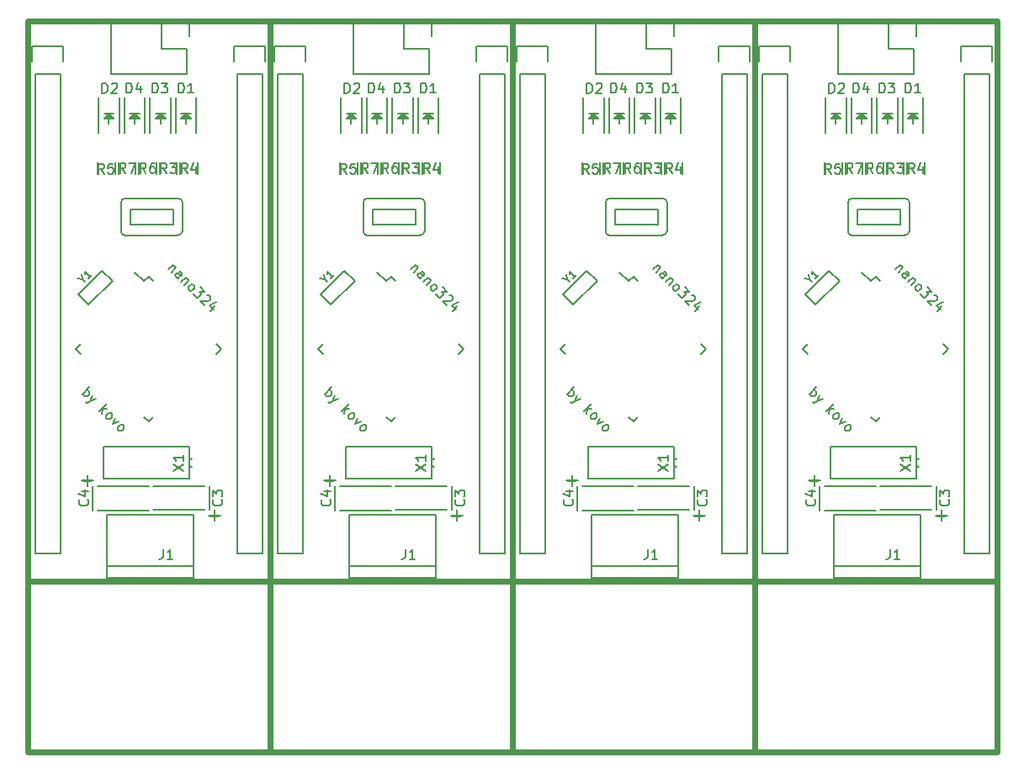
<source format=gbr>
G04 #@! TF.GenerationSoftware,KiCad,Pcbnew,6.0.0-rc1-unknown-9cac0a3~66~ubuntu16.04.1*
G04 #@! TF.CreationDate,2019-01-23T08:05:13+01:00
G04 #@! TF.ProjectId,nano324,6e616e6f-3332-4342-9e6b-696361645f70,rev?*
G04 #@! TF.SameCoordinates,Original*
G04 #@! TF.FileFunction,Legend,Top*
G04 #@! TF.FilePolarity,Positive*
%FSLAX46Y46*%
G04 Gerber Fmt 4.6, Leading zero omitted, Abs format (unit mm)*
G04 Created by KiCad (PCBNEW 6.0.0-rc1-unknown-9cac0a3~66~ubuntu16.04.1) date St 23. január 2019, 08:05:13 CET*
%MOMM*%
%LPD*%
G04 APERTURE LIST*
%ADD10C,0.600000*%
%ADD11C,0.150000*%
G04 APERTURE END LIST*
D10*
X181864000Y-114300000D02*
X181864000Y-131445000D01*
X157480000Y-114300000D02*
X157480000Y-131445000D01*
X133096000Y-114300000D02*
X133096000Y-131445000D01*
X206248000Y-131445000D02*
X206248000Y-124968000D01*
X108712000Y-131445000D02*
X206248000Y-131445000D01*
X206248000Y-114300000D02*
X206248000Y-124968000D01*
X108712000Y-114300000D02*
X108712000Y-131445000D01*
X206248000Y-114300000D02*
X181864000Y-114300000D01*
X181864000Y-114300000D02*
X181864000Y-57912000D01*
X181864000Y-57912000D02*
X206248000Y-57912000D01*
X206248000Y-57912000D02*
X206248000Y-114300000D01*
D11*
X196531202Y-82436156D02*
X196059798Y-82907561D01*
X196463859Y-82503500D02*
X196531202Y-82503500D01*
X196632217Y-82537172D01*
X196733233Y-82638187D01*
X196766904Y-82739202D01*
X196733233Y-82840217D01*
X196362843Y-83210607D01*
X197002607Y-83850370D02*
X197372996Y-83479981D01*
X197406668Y-83378965D01*
X197372996Y-83277950D01*
X197238309Y-83143263D01*
X197137294Y-83109591D01*
X197036278Y-83816698D02*
X196935263Y-83783026D01*
X196766904Y-83614668D01*
X196733233Y-83513652D01*
X196766904Y-83412637D01*
X196834248Y-83345294D01*
X196935263Y-83311622D01*
X197036278Y-83345294D01*
X197204637Y-83513652D01*
X197305652Y-83547324D01*
X197810729Y-83715683D02*
X197339324Y-84187087D01*
X197743385Y-83783026D02*
X197810729Y-83783026D01*
X197911744Y-83816698D01*
X198012759Y-83917713D01*
X198046431Y-84018729D01*
X198012759Y-84119744D01*
X197642370Y-84490133D01*
X198080103Y-84927866D02*
X198046431Y-84826851D01*
X198046431Y-84759507D01*
X198080103Y-84658492D01*
X198282133Y-84456461D01*
X198383148Y-84422790D01*
X198450492Y-84422790D01*
X198551507Y-84456461D01*
X198652522Y-84557477D01*
X198686194Y-84658492D01*
X198686194Y-84725835D01*
X198652522Y-84826851D01*
X198450492Y-85028881D01*
X198349477Y-85062553D01*
X198282133Y-85062553D01*
X198181118Y-85028881D01*
X198080103Y-84927866D01*
X199258614Y-84692164D02*
X199696347Y-85129896D01*
X199191270Y-85163568D01*
X199292286Y-85264583D01*
X199325957Y-85365599D01*
X199325957Y-85432942D01*
X199292286Y-85533957D01*
X199123927Y-85702316D01*
X199022912Y-85735988D01*
X198955568Y-85735988D01*
X198854553Y-85702316D01*
X198652522Y-85500286D01*
X198618851Y-85399270D01*
X198618851Y-85331927D01*
X199898377Y-85466614D02*
X199965721Y-85466614D01*
X200066736Y-85500286D01*
X200235095Y-85668644D01*
X200268766Y-85769660D01*
X200268766Y-85837003D01*
X200235095Y-85938018D01*
X200167751Y-86005362D01*
X200033064Y-86072705D01*
X199224942Y-86072705D01*
X199662675Y-86510438D01*
X200740171Y-86645125D02*
X200268766Y-87116530D01*
X200841186Y-86207392D02*
X200167751Y-86544110D01*
X200605484Y-86981843D01*
X187405500Y-95462263D02*
X188112607Y-94755156D01*
X187843233Y-95024530D02*
X187944248Y-95058202D01*
X188078935Y-95192889D01*
X188112607Y-95293904D01*
X188112607Y-95361248D01*
X188078935Y-95462263D01*
X187876904Y-95664294D01*
X187775889Y-95697965D01*
X187708546Y-95697965D01*
X187607530Y-95664294D01*
X187472843Y-95529607D01*
X187439172Y-95428591D01*
X188449324Y-95563278D02*
X188146278Y-96203042D01*
X188786042Y-95899996D02*
X188146278Y-96203042D01*
X187910576Y-96304057D01*
X187843233Y-96304057D01*
X187742217Y-96270385D01*
X189122759Y-97179522D02*
X189829866Y-96472416D01*
X189459477Y-96977492D02*
X189392133Y-97448896D01*
X189863538Y-96977492D02*
X189324790Y-96977492D01*
X189796194Y-97852957D02*
X189762522Y-97751942D01*
X189762522Y-97684599D01*
X189796194Y-97583583D01*
X189998225Y-97381553D01*
X190099240Y-97347881D01*
X190166583Y-97347881D01*
X190267599Y-97381553D01*
X190368614Y-97482568D01*
X190402286Y-97583583D01*
X190402286Y-97650927D01*
X190368614Y-97751942D01*
X190166583Y-97953973D01*
X190065568Y-97987644D01*
X189998225Y-97987644D01*
X189897209Y-97953973D01*
X189796194Y-97852957D01*
X190739003Y-97852957D02*
X190435957Y-98492721D01*
X191075721Y-98189675D01*
X190974705Y-99031469D02*
X190941034Y-98930453D01*
X190941034Y-98863110D01*
X190974705Y-98762095D01*
X191176736Y-98560064D01*
X191277751Y-98526392D01*
X191345095Y-98526392D01*
X191446110Y-98560064D01*
X191547125Y-98661079D01*
X191580797Y-98762095D01*
X191580797Y-98829438D01*
X191547125Y-98930453D01*
X191345095Y-99132484D01*
X191244079Y-99166156D01*
X191176736Y-99166156D01*
X191075721Y-99132484D01*
X190974705Y-99031469D01*
D10*
X181864000Y-114300000D02*
X157480000Y-114300000D01*
X157480000Y-114300000D02*
X157480000Y-57912000D01*
X157480000Y-57912000D02*
X181864000Y-57912000D01*
X181864000Y-57912000D02*
X181864000Y-114300000D01*
D11*
X172147202Y-82436156D02*
X171675798Y-82907561D01*
X172079859Y-82503500D02*
X172147202Y-82503500D01*
X172248217Y-82537172D01*
X172349233Y-82638187D01*
X172382904Y-82739202D01*
X172349233Y-82840217D01*
X171978843Y-83210607D01*
X172618607Y-83850370D02*
X172988996Y-83479981D01*
X173022668Y-83378965D01*
X172988996Y-83277950D01*
X172854309Y-83143263D01*
X172753294Y-83109591D01*
X172652278Y-83816698D02*
X172551263Y-83783026D01*
X172382904Y-83614668D01*
X172349233Y-83513652D01*
X172382904Y-83412637D01*
X172450248Y-83345294D01*
X172551263Y-83311622D01*
X172652278Y-83345294D01*
X172820637Y-83513652D01*
X172921652Y-83547324D01*
X173426729Y-83715683D02*
X172955324Y-84187087D01*
X173359385Y-83783026D02*
X173426729Y-83783026D01*
X173527744Y-83816698D01*
X173628759Y-83917713D01*
X173662431Y-84018729D01*
X173628759Y-84119744D01*
X173258370Y-84490133D01*
X173696103Y-84927866D02*
X173662431Y-84826851D01*
X173662431Y-84759507D01*
X173696103Y-84658492D01*
X173898133Y-84456461D01*
X173999148Y-84422790D01*
X174066492Y-84422790D01*
X174167507Y-84456461D01*
X174268522Y-84557477D01*
X174302194Y-84658492D01*
X174302194Y-84725835D01*
X174268522Y-84826851D01*
X174066492Y-85028881D01*
X173965477Y-85062553D01*
X173898133Y-85062553D01*
X173797118Y-85028881D01*
X173696103Y-84927866D01*
X174874614Y-84692164D02*
X175312347Y-85129896D01*
X174807270Y-85163568D01*
X174908286Y-85264583D01*
X174941957Y-85365599D01*
X174941957Y-85432942D01*
X174908286Y-85533957D01*
X174739927Y-85702316D01*
X174638912Y-85735988D01*
X174571568Y-85735988D01*
X174470553Y-85702316D01*
X174268522Y-85500286D01*
X174234851Y-85399270D01*
X174234851Y-85331927D01*
X175514377Y-85466614D02*
X175581721Y-85466614D01*
X175682736Y-85500286D01*
X175851095Y-85668644D01*
X175884766Y-85769660D01*
X175884766Y-85837003D01*
X175851095Y-85938018D01*
X175783751Y-86005362D01*
X175649064Y-86072705D01*
X174840942Y-86072705D01*
X175278675Y-86510438D01*
X176356171Y-86645125D02*
X175884766Y-87116530D01*
X176457186Y-86207392D02*
X175783751Y-86544110D01*
X176221484Y-86981843D01*
X163021500Y-95462263D02*
X163728607Y-94755156D01*
X163459233Y-95024530D02*
X163560248Y-95058202D01*
X163694935Y-95192889D01*
X163728607Y-95293904D01*
X163728607Y-95361248D01*
X163694935Y-95462263D01*
X163492904Y-95664294D01*
X163391889Y-95697965D01*
X163324546Y-95697965D01*
X163223530Y-95664294D01*
X163088843Y-95529607D01*
X163055172Y-95428591D01*
X164065324Y-95563278D02*
X163762278Y-96203042D01*
X164402042Y-95899996D02*
X163762278Y-96203042D01*
X163526576Y-96304057D01*
X163459233Y-96304057D01*
X163358217Y-96270385D01*
X164738759Y-97179522D02*
X165445866Y-96472416D01*
X165075477Y-96977492D02*
X165008133Y-97448896D01*
X165479538Y-96977492D02*
X164940790Y-96977492D01*
X165412194Y-97852957D02*
X165378522Y-97751942D01*
X165378522Y-97684599D01*
X165412194Y-97583583D01*
X165614225Y-97381553D01*
X165715240Y-97347881D01*
X165782583Y-97347881D01*
X165883599Y-97381553D01*
X165984614Y-97482568D01*
X166018286Y-97583583D01*
X166018286Y-97650927D01*
X165984614Y-97751942D01*
X165782583Y-97953973D01*
X165681568Y-97987644D01*
X165614225Y-97987644D01*
X165513209Y-97953973D01*
X165412194Y-97852957D01*
X166355003Y-97852957D02*
X166051957Y-98492721D01*
X166691721Y-98189675D01*
X166590705Y-99031469D02*
X166557034Y-98930453D01*
X166557034Y-98863110D01*
X166590705Y-98762095D01*
X166792736Y-98560064D01*
X166893751Y-98526392D01*
X166961095Y-98526392D01*
X167062110Y-98560064D01*
X167163125Y-98661079D01*
X167196797Y-98762095D01*
X167196797Y-98829438D01*
X167163125Y-98930453D01*
X166961095Y-99132484D01*
X166860079Y-99166156D01*
X166792736Y-99166156D01*
X166691721Y-99132484D01*
X166590705Y-99031469D01*
D10*
X157480000Y-114300000D02*
X133096000Y-114300000D01*
X133096000Y-114300000D02*
X133096000Y-57912000D01*
X133096000Y-57912000D02*
X157480000Y-57912000D01*
X157480000Y-57912000D02*
X157480000Y-114300000D01*
D11*
X147763202Y-82436156D02*
X147291798Y-82907561D01*
X147695859Y-82503500D02*
X147763202Y-82503500D01*
X147864217Y-82537172D01*
X147965233Y-82638187D01*
X147998904Y-82739202D01*
X147965233Y-82840217D01*
X147594843Y-83210607D01*
X148234607Y-83850370D02*
X148604996Y-83479981D01*
X148638668Y-83378965D01*
X148604996Y-83277950D01*
X148470309Y-83143263D01*
X148369294Y-83109591D01*
X148268278Y-83816698D02*
X148167263Y-83783026D01*
X147998904Y-83614668D01*
X147965233Y-83513652D01*
X147998904Y-83412637D01*
X148066248Y-83345294D01*
X148167263Y-83311622D01*
X148268278Y-83345294D01*
X148436637Y-83513652D01*
X148537652Y-83547324D01*
X149042729Y-83715683D02*
X148571324Y-84187087D01*
X148975385Y-83783026D02*
X149042729Y-83783026D01*
X149143744Y-83816698D01*
X149244759Y-83917713D01*
X149278431Y-84018729D01*
X149244759Y-84119744D01*
X148874370Y-84490133D01*
X149312103Y-84927866D02*
X149278431Y-84826851D01*
X149278431Y-84759507D01*
X149312103Y-84658492D01*
X149514133Y-84456461D01*
X149615148Y-84422790D01*
X149682492Y-84422790D01*
X149783507Y-84456461D01*
X149884522Y-84557477D01*
X149918194Y-84658492D01*
X149918194Y-84725835D01*
X149884522Y-84826851D01*
X149682492Y-85028881D01*
X149581477Y-85062553D01*
X149514133Y-85062553D01*
X149413118Y-85028881D01*
X149312103Y-84927866D01*
X150490614Y-84692164D02*
X150928347Y-85129896D01*
X150423270Y-85163568D01*
X150524286Y-85264583D01*
X150557957Y-85365599D01*
X150557957Y-85432942D01*
X150524286Y-85533957D01*
X150355927Y-85702316D01*
X150254912Y-85735988D01*
X150187568Y-85735988D01*
X150086553Y-85702316D01*
X149884522Y-85500286D01*
X149850851Y-85399270D01*
X149850851Y-85331927D01*
X151130377Y-85466614D02*
X151197721Y-85466614D01*
X151298736Y-85500286D01*
X151467095Y-85668644D01*
X151500766Y-85769660D01*
X151500766Y-85837003D01*
X151467095Y-85938018D01*
X151399751Y-86005362D01*
X151265064Y-86072705D01*
X150456942Y-86072705D01*
X150894675Y-86510438D01*
X151972171Y-86645125D02*
X151500766Y-87116530D01*
X152073186Y-86207392D02*
X151399751Y-86544110D01*
X151837484Y-86981843D01*
X138637500Y-95462263D02*
X139344607Y-94755156D01*
X139075233Y-95024530D02*
X139176248Y-95058202D01*
X139310935Y-95192889D01*
X139344607Y-95293904D01*
X139344607Y-95361248D01*
X139310935Y-95462263D01*
X139108904Y-95664294D01*
X139007889Y-95697965D01*
X138940546Y-95697965D01*
X138839530Y-95664294D01*
X138704843Y-95529607D01*
X138671172Y-95428591D01*
X139681324Y-95563278D02*
X139378278Y-96203042D01*
X140018042Y-95899996D02*
X139378278Y-96203042D01*
X139142576Y-96304057D01*
X139075233Y-96304057D01*
X138974217Y-96270385D01*
X140354759Y-97179522D02*
X141061866Y-96472416D01*
X140691477Y-96977492D02*
X140624133Y-97448896D01*
X141095538Y-96977492D02*
X140556790Y-96977492D01*
X141028194Y-97852957D02*
X140994522Y-97751942D01*
X140994522Y-97684599D01*
X141028194Y-97583583D01*
X141230225Y-97381553D01*
X141331240Y-97347881D01*
X141398583Y-97347881D01*
X141499599Y-97381553D01*
X141600614Y-97482568D01*
X141634286Y-97583583D01*
X141634286Y-97650927D01*
X141600614Y-97751942D01*
X141398583Y-97953973D01*
X141297568Y-97987644D01*
X141230225Y-97987644D01*
X141129209Y-97953973D01*
X141028194Y-97852957D01*
X141971003Y-97852957D02*
X141667957Y-98492721D01*
X142307721Y-98189675D01*
X142206705Y-99031469D02*
X142173034Y-98930453D01*
X142173034Y-98863110D01*
X142206705Y-98762095D01*
X142408736Y-98560064D01*
X142509751Y-98526392D01*
X142577095Y-98526392D01*
X142678110Y-98560064D01*
X142779125Y-98661079D01*
X142812797Y-98762095D01*
X142812797Y-98829438D01*
X142779125Y-98930453D01*
X142577095Y-99132484D01*
X142476079Y-99166156D01*
X142408736Y-99166156D01*
X142307721Y-99132484D01*
X142206705Y-99031469D01*
X114253500Y-95462263D02*
X114960607Y-94755156D01*
X114691233Y-95024530D02*
X114792248Y-95058202D01*
X114926935Y-95192889D01*
X114960607Y-95293904D01*
X114960607Y-95361248D01*
X114926935Y-95462263D01*
X114724904Y-95664294D01*
X114623889Y-95697965D01*
X114556546Y-95697965D01*
X114455530Y-95664294D01*
X114320843Y-95529607D01*
X114287172Y-95428591D01*
X115297324Y-95563278D02*
X114994278Y-96203042D01*
X115634042Y-95899996D02*
X114994278Y-96203042D01*
X114758576Y-96304057D01*
X114691233Y-96304057D01*
X114590217Y-96270385D01*
X115970759Y-97179522D02*
X116677866Y-96472416D01*
X116307477Y-96977492D02*
X116240133Y-97448896D01*
X116711538Y-96977492D02*
X116172790Y-96977492D01*
X116644194Y-97852957D02*
X116610522Y-97751942D01*
X116610522Y-97684599D01*
X116644194Y-97583583D01*
X116846225Y-97381553D01*
X116947240Y-97347881D01*
X117014583Y-97347881D01*
X117115599Y-97381553D01*
X117216614Y-97482568D01*
X117250286Y-97583583D01*
X117250286Y-97650927D01*
X117216614Y-97751942D01*
X117014583Y-97953973D01*
X116913568Y-97987644D01*
X116846225Y-97987644D01*
X116745209Y-97953973D01*
X116644194Y-97852957D01*
X117587003Y-97852957D02*
X117283957Y-98492721D01*
X117923721Y-98189675D01*
X117822705Y-99031469D02*
X117789034Y-98930453D01*
X117789034Y-98863110D01*
X117822705Y-98762095D01*
X118024736Y-98560064D01*
X118125751Y-98526392D01*
X118193095Y-98526392D01*
X118294110Y-98560064D01*
X118395125Y-98661079D01*
X118428797Y-98762095D01*
X118428797Y-98829438D01*
X118395125Y-98930453D01*
X118193095Y-99132484D01*
X118092079Y-99166156D01*
X118024736Y-99166156D01*
X117923721Y-99132484D01*
X117822705Y-99031469D01*
X123379202Y-82436156D02*
X122907798Y-82907561D01*
X123311859Y-82503500D02*
X123379202Y-82503500D01*
X123480217Y-82537172D01*
X123581233Y-82638187D01*
X123614904Y-82739202D01*
X123581233Y-82840217D01*
X123210843Y-83210607D01*
X123850607Y-83850370D02*
X124220996Y-83479981D01*
X124254668Y-83378965D01*
X124220996Y-83277950D01*
X124086309Y-83143263D01*
X123985294Y-83109591D01*
X123884278Y-83816698D02*
X123783263Y-83783026D01*
X123614904Y-83614668D01*
X123581233Y-83513652D01*
X123614904Y-83412637D01*
X123682248Y-83345294D01*
X123783263Y-83311622D01*
X123884278Y-83345294D01*
X124052637Y-83513652D01*
X124153652Y-83547324D01*
X124658729Y-83715683D02*
X124187324Y-84187087D01*
X124591385Y-83783026D02*
X124658729Y-83783026D01*
X124759744Y-83816698D01*
X124860759Y-83917713D01*
X124894431Y-84018729D01*
X124860759Y-84119744D01*
X124490370Y-84490133D01*
X124928103Y-84927866D02*
X124894431Y-84826851D01*
X124894431Y-84759507D01*
X124928103Y-84658492D01*
X125130133Y-84456461D01*
X125231148Y-84422790D01*
X125298492Y-84422790D01*
X125399507Y-84456461D01*
X125500522Y-84557477D01*
X125534194Y-84658492D01*
X125534194Y-84725835D01*
X125500522Y-84826851D01*
X125298492Y-85028881D01*
X125197477Y-85062553D01*
X125130133Y-85062553D01*
X125029118Y-85028881D01*
X124928103Y-84927866D01*
X126106614Y-84692164D02*
X126544347Y-85129896D01*
X126039270Y-85163568D01*
X126140286Y-85264583D01*
X126173957Y-85365599D01*
X126173957Y-85432942D01*
X126140286Y-85533957D01*
X125971927Y-85702316D01*
X125870912Y-85735988D01*
X125803568Y-85735988D01*
X125702553Y-85702316D01*
X125500522Y-85500286D01*
X125466851Y-85399270D01*
X125466851Y-85331927D01*
X126746377Y-85466614D02*
X126813721Y-85466614D01*
X126914736Y-85500286D01*
X127083095Y-85668644D01*
X127116766Y-85769660D01*
X127116766Y-85837003D01*
X127083095Y-85938018D01*
X127015751Y-86005362D01*
X126881064Y-86072705D01*
X126072942Y-86072705D01*
X126510675Y-86510438D01*
X127588171Y-86645125D02*
X127116766Y-87116530D01*
X127689186Y-86207392D02*
X127015751Y-86544110D01*
X127453484Y-86981843D01*
D10*
X133096000Y-57912000D02*
X133096000Y-114300000D01*
X108712000Y-57912000D02*
X133096000Y-57912000D01*
X108712000Y-114300000D02*
X108712000Y-57912000D01*
X133096000Y-114300000D02*
X108712000Y-114300000D01*
D11*
X198140320Y-101462840D02*
X198140320Y-103261160D01*
X198140320Y-102062280D02*
X198440040Y-101963220D01*
X198140320Y-102661720D02*
X198440040Y-102760780D01*
X198140320Y-101462840D02*
X198140320Y-100761800D01*
X198140320Y-103212900D02*
X198140320Y-103962200D01*
X189539880Y-103962200D02*
X198140320Y-103962200D01*
X189539880Y-100761800D02*
X189539880Y-103962200D01*
X198140320Y-100761800D02*
X189539880Y-100761800D01*
X202666000Y-60426000D02*
X205766000Y-60426000D01*
X202666000Y-61976000D02*
X202666000Y-60426000D01*
X205486000Y-63246000D02*
X202946000Y-63246000D01*
X205766000Y-60426000D02*
X205766000Y-61976000D01*
X202946000Y-111506000D02*
X202946000Y-63246000D01*
X205486000Y-111506000D02*
X202946000Y-111506000D01*
X205486000Y-63246000D02*
X205486000Y-111506000D01*
X185166000Y-63246000D02*
X185166000Y-111506000D01*
X185166000Y-111506000D02*
X182626000Y-111506000D01*
X182626000Y-111506000D02*
X182626000Y-63246000D01*
X185446000Y-60426000D02*
X185446000Y-61976000D01*
X185166000Y-63246000D02*
X182626000Y-63246000D01*
X182346000Y-61976000D02*
X182346000Y-60426000D01*
X182346000Y-60426000D02*
X185446000Y-60426000D01*
X193578703Y-84090742D02*
X192677142Y-83189181D01*
X201374555Y-90932000D02*
X200897258Y-90454703D01*
X194056000Y-98250555D02*
X193578703Y-97773258D01*
X186737445Y-90932000D02*
X187214742Y-91409297D01*
X194056000Y-83613445D02*
X194533297Y-84090742D01*
X186737445Y-90932000D02*
X187214742Y-90454703D01*
X194056000Y-98250555D02*
X194533297Y-97773258D01*
X201374555Y-90932000D02*
X200897258Y-91409297D01*
X194056000Y-83613445D02*
X193578703Y-84090742D01*
X190417660Y-84074000D02*
X189357000Y-83013340D01*
X188013497Y-86478163D02*
X190417660Y-84074000D01*
X186952837Y-85417503D02*
X188013497Y-86478163D01*
X189357000Y-83013340D02*
X186952837Y-85417503D01*
X200190100Y-107116880D02*
X200190100Y-104719120D01*
X201292460Y-107716320D02*
X200093580Y-107716320D01*
X200693020Y-108216700D02*
X200693020Y-107116880D01*
X194492880Y-107116880D02*
X199694800Y-107116880D01*
X199694800Y-104719120D02*
X194492880Y-104719120D01*
X198984840Y-72115120D02*
X198984840Y-73315120D01*
X197234840Y-73315120D02*
X197234840Y-72115120D01*
X195167280Y-73308760D02*
X195167280Y-72108760D01*
X196917280Y-72108760D02*
X196917280Y-73308760D01*
X191609000Y-65576560D02*
X191609000Y-69176560D01*
X193709000Y-65576560D02*
X193709000Y-69176560D01*
X192959000Y-67626560D02*
X192359000Y-67626560D01*
X192359000Y-67626560D02*
X192659000Y-67326560D01*
X192659000Y-67326560D02*
X192859000Y-67526560D01*
X192859000Y-67526560D02*
X192609000Y-67526560D01*
X192609000Y-67526560D02*
X192659000Y-67476560D01*
X193159000Y-67226560D02*
X192159000Y-67226560D01*
X192659000Y-67726560D02*
X192659000Y-68226560D01*
X192659000Y-67226560D02*
X193159000Y-67726560D01*
X193159000Y-67726560D02*
X192159000Y-67726560D01*
X192159000Y-67726560D02*
X192659000Y-67226560D01*
X189893100Y-113979460D02*
X189893100Y-107574460D01*
X198593100Y-112749460D02*
X189893100Y-112749460D01*
X198593100Y-107574460D02*
X198593100Y-113979460D01*
X189893100Y-107574460D02*
X198593100Y-107574460D01*
X189893100Y-113979460D02*
X198593100Y-113979460D01*
X188892180Y-107142280D02*
X194094100Y-107142280D01*
X194094100Y-104744520D02*
X188892180Y-104744520D01*
X187893960Y-103644700D02*
X187893960Y-104744520D01*
X187294520Y-104145080D02*
X188493400Y-104145080D01*
X188396880Y-104744520D02*
X188396880Y-107142280D01*
X197051200Y-75760000D02*
X191678800Y-75760000D01*
X197001200Y-79460000D02*
X191628800Y-79460000D01*
X191278800Y-76160000D02*
G75*
G02X191678800Y-75760000I400000J0D01*
G01*
X197051200Y-75760000D02*
G75*
G02X197451200Y-76160000I0J-400000D01*
G01*
X197450644Y-79032372D02*
G75*
G02X197001200Y-79460000I-449444J22372D01*
G01*
X191628800Y-79460000D02*
G75*
G02X191278800Y-79110000I0J350000D01*
G01*
X196514000Y-76848000D02*
X196514000Y-78372000D01*
X192196000Y-76848000D02*
X196514000Y-76848000D01*
X192196000Y-78372000D02*
X192196000Y-76848000D01*
X196514000Y-78372000D02*
X192196000Y-78372000D01*
X191278800Y-76160000D02*
X191278800Y-79110000D01*
X197451200Y-79060000D02*
X197451200Y-76160000D01*
X192772000Y-72113840D02*
X192772000Y-73313840D01*
X191022000Y-73313840D02*
X191022000Y-72113840D01*
X193094640Y-73308760D02*
X193094640Y-72108760D01*
X194844640Y-72108760D02*
X194844640Y-73308760D01*
X190684120Y-72124000D02*
X190684120Y-73324000D01*
X188934120Y-73324000D02*
X188934120Y-72124000D01*
X195326000Y-63246000D02*
X197866000Y-63246000D01*
X197866000Y-63246000D02*
X197866000Y-60706000D01*
X198146000Y-57886000D02*
X196596000Y-57886000D01*
X190246000Y-63246000D02*
X195326000Y-63246000D01*
X190246000Y-58166000D02*
X190246000Y-63246000D01*
X195326000Y-60706000D02*
X195326000Y-58166000D01*
X197866000Y-60706000D02*
X195326000Y-60706000D01*
X198146000Y-57886000D02*
X198146000Y-59436000D01*
X195326000Y-58166000D02*
X190246000Y-58166000D01*
X189568200Y-67726560D02*
X190068200Y-67226560D01*
X190568200Y-67726560D02*
X189568200Y-67726560D01*
X190068200Y-67226560D02*
X190568200Y-67726560D01*
X190068200Y-67726560D02*
X190068200Y-68226560D01*
X190568200Y-67226560D02*
X189568200Y-67226560D01*
X190018200Y-67526560D02*
X190068200Y-67476560D01*
X190268200Y-67526560D02*
X190018200Y-67526560D01*
X190068200Y-67326560D02*
X190268200Y-67526560D01*
X189768200Y-67626560D02*
X190068200Y-67326560D01*
X190368200Y-67626560D02*
X189768200Y-67626560D01*
X191118200Y-65576560D02*
X191118200Y-69176560D01*
X189018200Y-65576560D02*
X189018200Y-69176560D01*
X196777900Y-65589260D02*
X196777900Y-69189260D01*
X198877900Y-65589260D02*
X198877900Y-69189260D01*
X198127900Y-67639260D02*
X197527900Y-67639260D01*
X197527900Y-67639260D02*
X197827900Y-67339260D01*
X197827900Y-67339260D02*
X198027900Y-67539260D01*
X198027900Y-67539260D02*
X197777900Y-67539260D01*
X197777900Y-67539260D02*
X197827900Y-67489260D01*
X198327900Y-67239260D02*
X197327900Y-67239260D01*
X197827900Y-67739260D02*
X197827900Y-68239260D01*
X197827900Y-67239260D02*
X198327900Y-67739260D01*
X198327900Y-67739260D02*
X197327900Y-67739260D01*
X197327900Y-67739260D02*
X197827900Y-67239260D01*
X194762500Y-67739260D02*
X195262500Y-67239260D01*
X195762500Y-67739260D02*
X194762500Y-67739260D01*
X195262500Y-67239260D02*
X195762500Y-67739260D01*
X195262500Y-67739260D02*
X195262500Y-68239260D01*
X195762500Y-67239260D02*
X194762500Y-67239260D01*
X195212500Y-67539260D02*
X195262500Y-67489260D01*
X195462500Y-67539260D02*
X195212500Y-67539260D01*
X195262500Y-67339260D02*
X195462500Y-67539260D01*
X194962500Y-67639260D02*
X195262500Y-67339260D01*
X195562500Y-67639260D02*
X194962500Y-67639260D01*
X196312500Y-65589260D02*
X196312500Y-69189260D01*
X194212500Y-65589260D02*
X194212500Y-69189260D01*
X173756320Y-101462840D02*
X173756320Y-103261160D01*
X173756320Y-102062280D02*
X174056040Y-101963220D01*
X173756320Y-102661720D02*
X174056040Y-102760780D01*
X173756320Y-101462840D02*
X173756320Y-100761800D01*
X173756320Y-103212900D02*
X173756320Y-103962200D01*
X165155880Y-103962200D02*
X173756320Y-103962200D01*
X165155880Y-100761800D02*
X165155880Y-103962200D01*
X173756320Y-100761800D02*
X165155880Y-100761800D01*
X178282000Y-60426000D02*
X181382000Y-60426000D01*
X178282000Y-61976000D02*
X178282000Y-60426000D01*
X181102000Y-63246000D02*
X178562000Y-63246000D01*
X181382000Y-60426000D02*
X181382000Y-61976000D01*
X178562000Y-111506000D02*
X178562000Y-63246000D01*
X181102000Y-111506000D02*
X178562000Y-111506000D01*
X181102000Y-63246000D02*
X181102000Y-111506000D01*
X160782000Y-63246000D02*
X160782000Y-111506000D01*
X160782000Y-111506000D02*
X158242000Y-111506000D01*
X158242000Y-111506000D02*
X158242000Y-63246000D01*
X161062000Y-60426000D02*
X161062000Y-61976000D01*
X160782000Y-63246000D02*
X158242000Y-63246000D01*
X157962000Y-61976000D02*
X157962000Y-60426000D01*
X157962000Y-60426000D02*
X161062000Y-60426000D01*
X169194703Y-84090742D02*
X168293142Y-83189181D01*
X176990555Y-90932000D02*
X176513258Y-90454703D01*
X169672000Y-98250555D02*
X169194703Y-97773258D01*
X162353445Y-90932000D02*
X162830742Y-91409297D01*
X169672000Y-83613445D02*
X170149297Y-84090742D01*
X162353445Y-90932000D02*
X162830742Y-90454703D01*
X169672000Y-98250555D02*
X170149297Y-97773258D01*
X176990555Y-90932000D02*
X176513258Y-91409297D01*
X169672000Y-83613445D02*
X169194703Y-84090742D01*
X166033660Y-84074000D02*
X164973000Y-83013340D01*
X163629497Y-86478163D02*
X166033660Y-84074000D01*
X162568837Y-85417503D02*
X163629497Y-86478163D01*
X164973000Y-83013340D02*
X162568837Y-85417503D01*
X175806100Y-107116880D02*
X175806100Y-104719120D01*
X176908460Y-107716320D02*
X175709580Y-107716320D01*
X176309020Y-108216700D02*
X176309020Y-107116880D01*
X170108880Y-107116880D02*
X175310800Y-107116880D01*
X175310800Y-104719120D02*
X170108880Y-104719120D01*
X174600840Y-72115120D02*
X174600840Y-73315120D01*
X172850840Y-73315120D02*
X172850840Y-72115120D01*
X170783280Y-73308760D02*
X170783280Y-72108760D01*
X172533280Y-72108760D02*
X172533280Y-73308760D01*
X167225000Y-65576560D02*
X167225000Y-69176560D01*
X169325000Y-65576560D02*
X169325000Y-69176560D01*
X168575000Y-67626560D02*
X167975000Y-67626560D01*
X167975000Y-67626560D02*
X168275000Y-67326560D01*
X168275000Y-67326560D02*
X168475000Y-67526560D01*
X168475000Y-67526560D02*
X168225000Y-67526560D01*
X168225000Y-67526560D02*
X168275000Y-67476560D01*
X168775000Y-67226560D02*
X167775000Y-67226560D01*
X168275000Y-67726560D02*
X168275000Y-68226560D01*
X168275000Y-67226560D02*
X168775000Y-67726560D01*
X168775000Y-67726560D02*
X167775000Y-67726560D01*
X167775000Y-67726560D02*
X168275000Y-67226560D01*
X165509100Y-113979460D02*
X165509100Y-107574460D01*
X174209100Y-112749460D02*
X165509100Y-112749460D01*
X174209100Y-107574460D02*
X174209100Y-113979460D01*
X165509100Y-107574460D02*
X174209100Y-107574460D01*
X165509100Y-113979460D02*
X174209100Y-113979460D01*
X164508180Y-107142280D02*
X169710100Y-107142280D01*
X169710100Y-104744520D02*
X164508180Y-104744520D01*
X163509960Y-103644700D02*
X163509960Y-104744520D01*
X162910520Y-104145080D02*
X164109400Y-104145080D01*
X164012880Y-104744520D02*
X164012880Y-107142280D01*
X172667200Y-75760000D02*
X167294800Y-75760000D01*
X172617200Y-79460000D02*
X167244800Y-79460000D01*
X166894800Y-76160000D02*
G75*
G02X167294800Y-75760000I400000J0D01*
G01*
X172667200Y-75760000D02*
G75*
G02X173067200Y-76160000I0J-400000D01*
G01*
X173066644Y-79032372D02*
G75*
G02X172617200Y-79460000I-449444J22372D01*
G01*
X167244800Y-79460000D02*
G75*
G02X166894800Y-79110000I0J350000D01*
G01*
X172130000Y-76848000D02*
X172130000Y-78372000D01*
X167812000Y-76848000D02*
X172130000Y-76848000D01*
X167812000Y-78372000D02*
X167812000Y-76848000D01*
X172130000Y-78372000D02*
X167812000Y-78372000D01*
X166894800Y-76160000D02*
X166894800Y-79110000D01*
X173067200Y-79060000D02*
X173067200Y-76160000D01*
X168388000Y-72113840D02*
X168388000Y-73313840D01*
X166638000Y-73313840D02*
X166638000Y-72113840D01*
X168710640Y-73308760D02*
X168710640Y-72108760D01*
X170460640Y-72108760D02*
X170460640Y-73308760D01*
X166300120Y-72124000D02*
X166300120Y-73324000D01*
X164550120Y-73324000D02*
X164550120Y-72124000D01*
X170942000Y-63246000D02*
X173482000Y-63246000D01*
X173482000Y-63246000D02*
X173482000Y-60706000D01*
X173762000Y-57886000D02*
X172212000Y-57886000D01*
X165862000Y-63246000D02*
X170942000Y-63246000D01*
X165862000Y-58166000D02*
X165862000Y-63246000D01*
X170942000Y-60706000D02*
X170942000Y-58166000D01*
X173482000Y-60706000D02*
X170942000Y-60706000D01*
X173762000Y-57886000D02*
X173762000Y-59436000D01*
X170942000Y-58166000D02*
X165862000Y-58166000D01*
X165184200Y-67726560D02*
X165684200Y-67226560D01*
X166184200Y-67726560D02*
X165184200Y-67726560D01*
X165684200Y-67226560D02*
X166184200Y-67726560D01*
X165684200Y-67726560D02*
X165684200Y-68226560D01*
X166184200Y-67226560D02*
X165184200Y-67226560D01*
X165634200Y-67526560D02*
X165684200Y-67476560D01*
X165884200Y-67526560D02*
X165634200Y-67526560D01*
X165684200Y-67326560D02*
X165884200Y-67526560D01*
X165384200Y-67626560D02*
X165684200Y-67326560D01*
X165984200Y-67626560D02*
X165384200Y-67626560D01*
X166734200Y-65576560D02*
X166734200Y-69176560D01*
X164634200Y-65576560D02*
X164634200Y-69176560D01*
X172393900Y-65589260D02*
X172393900Y-69189260D01*
X174493900Y-65589260D02*
X174493900Y-69189260D01*
X173743900Y-67639260D02*
X173143900Y-67639260D01*
X173143900Y-67639260D02*
X173443900Y-67339260D01*
X173443900Y-67339260D02*
X173643900Y-67539260D01*
X173643900Y-67539260D02*
X173393900Y-67539260D01*
X173393900Y-67539260D02*
X173443900Y-67489260D01*
X173943900Y-67239260D02*
X172943900Y-67239260D01*
X173443900Y-67739260D02*
X173443900Y-68239260D01*
X173443900Y-67239260D02*
X173943900Y-67739260D01*
X173943900Y-67739260D02*
X172943900Y-67739260D01*
X172943900Y-67739260D02*
X173443900Y-67239260D01*
X170378500Y-67739260D02*
X170878500Y-67239260D01*
X171378500Y-67739260D02*
X170378500Y-67739260D01*
X170878500Y-67239260D02*
X171378500Y-67739260D01*
X170878500Y-67739260D02*
X170878500Y-68239260D01*
X171378500Y-67239260D02*
X170378500Y-67239260D01*
X170828500Y-67539260D02*
X170878500Y-67489260D01*
X171078500Y-67539260D02*
X170828500Y-67539260D01*
X170878500Y-67339260D02*
X171078500Y-67539260D01*
X170578500Y-67639260D02*
X170878500Y-67339260D01*
X171178500Y-67639260D02*
X170578500Y-67639260D01*
X171928500Y-65589260D02*
X171928500Y-69189260D01*
X169828500Y-65589260D02*
X169828500Y-69189260D01*
X149372320Y-101462840D02*
X149372320Y-103261160D01*
X149372320Y-102062280D02*
X149672040Y-101963220D01*
X149372320Y-102661720D02*
X149672040Y-102760780D01*
X149372320Y-101462840D02*
X149372320Y-100761800D01*
X149372320Y-103212900D02*
X149372320Y-103962200D01*
X140771880Y-103962200D02*
X149372320Y-103962200D01*
X140771880Y-100761800D02*
X140771880Y-103962200D01*
X149372320Y-100761800D02*
X140771880Y-100761800D01*
X153898000Y-60426000D02*
X156998000Y-60426000D01*
X153898000Y-61976000D02*
X153898000Y-60426000D01*
X156718000Y-63246000D02*
X154178000Y-63246000D01*
X156998000Y-60426000D02*
X156998000Y-61976000D01*
X154178000Y-111506000D02*
X154178000Y-63246000D01*
X156718000Y-111506000D02*
X154178000Y-111506000D01*
X156718000Y-63246000D02*
X156718000Y-111506000D01*
X136398000Y-63246000D02*
X136398000Y-111506000D01*
X136398000Y-111506000D02*
X133858000Y-111506000D01*
X133858000Y-111506000D02*
X133858000Y-63246000D01*
X136678000Y-60426000D02*
X136678000Y-61976000D01*
X136398000Y-63246000D02*
X133858000Y-63246000D01*
X133578000Y-61976000D02*
X133578000Y-60426000D01*
X133578000Y-60426000D02*
X136678000Y-60426000D01*
X144810703Y-84090742D02*
X143909142Y-83189181D01*
X152606555Y-90932000D02*
X152129258Y-90454703D01*
X145288000Y-98250555D02*
X144810703Y-97773258D01*
X137969445Y-90932000D02*
X138446742Y-91409297D01*
X145288000Y-83613445D02*
X145765297Y-84090742D01*
X137969445Y-90932000D02*
X138446742Y-90454703D01*
X145288000Y-98250555D02*
X145765297Y-97773258D01*
X152606555Y-90932000D02*
X152129258Y-91409297D01*
X145288000Y-83613445D02*
X144810703Y-84090742D01*
X141649660Y-84074000D02*
X140589000Y-83013340D01*
X139245497Y-86478163D02*
X141649660Y-84074000D01*
X138184837Y-85417503D02*
X139245497Y-86478163D01*
X140589000Y-83013340D02*
X138184837Y-85417503D01*
X151422100Y-107116880D02*
X151422100Y-104719120D01*
X152524460Y-107716320D02*
X151325580Y-107716320D01*
X151925020Y-108216700D02*
X151925020Y-107116880D01*
X145724880Y-107116880D02*
X150926800Y-107116880D01*
X150926800Y-104719120D02*
X145724880Y-104719120D01*
X150216840Y-72115120D02*
X150216840Y-73315120D01*
X148466840Y-73315120D02*
X148466840Y-72115120D01*
X146399280Y-73308760D02*
X146399280Y-72108760D01*
X148149280Y-72108760D02*
X148149280Y-73308760D01*
X142841000Y-65576560D02*
X142841000Y-69176560D01*
X144941000Y-65576560D02*
X144941000Y-69176560D01*
X144191000Y-67626560D02*
X143591000Y-67626560D01*
X143591000Y-67626560D02*
X143891000Y-67326560D01*
X143891000Y-67326560D02*
X144091000Y-67526560D01*
X144091000Y-67526560D02*
X143841000Y-67526560D01*
X143841000Y-67526560D02*
X143891000Y-67476560D01*
X144391000Y-67226560D02*
X143391000Y-67226560D01*
X143891000Y-67726560D02*
X143891000Y-68226560D01*
X143891000Y-67226560D02*
X144391000Y-67726560D01*
X144391000Y-67726560D02*
X143391000Y-67726560D01*
X143391000Y-67726560D02*
X143891000Y-67226560D01*
X141125100Y-113979460D02*
X141125100Y-107574460D01*
X149825100Y-112749460D02*
X141125100Y-112749460D01*
X149825100Y-107574460D02*
X149825100Y-113979460D01*
X141125100Y-107574460D02*
X149825100Y-107574460D01*
X141125100Y-113979460D02*
X149825100Y-113979460D01*
X140124180Y-107142280D02*
X145326100Y-107142280D01*
X145326100Y-104744520D02*
X140124180Y-104744520D01*
X139125960Y-103644700D02*
X139125960Y-104744520D01*
X138526520Y-104145080D02*
X139725400Y-104145080D01*
X139628880Y-104744520D02*
X139628880Y-107142280D01*
X148283200Y-75760000D02*
X142910800Y-75760000D01*
X148233200Y-79460000D02*
X142860800Y-79460000D01*
X142510800Y-76160000D02*
G75*
G02X142910800Y-75760000I400000J0D01*
G01*
X148283200Y-75760000D02*
G75*
G02X148683200Y-76160000I0J-400000D01*
G01*
X148682644Y-79032372D02*
G75*
G02X148233200Y-79460000I-449444J22372D01*
G01*
X142860800Y-79460000D02*
G75*
G02X142510800Y-79110000I0J350000D01*
G01*
X147746000Y-76848000D02*
X147746000Y-78372000D01*
X143428000Y-76848000D02*
X147746000Y-76848000D01*
X143428000Y-78372000D02*
X143428000Y-76848000D01*
X147746000Y-78372000D02*
X143428000Y-78372000D01*
X142510800Y-76160000D02*
X142510800Y-79110000D01*
X148683200Y-79060000D02*
X148683200Y-76160000D01*
X144004000Y-72113840D02*
X144004000Y-73313840D01*
X142254000Y-73313840D02*
X142254000Y-72113840D01*
X144326640Y-73308760D02*
X144326640Y-72108760D01*
X146076640Y-72108760D02*
X146076640Y-73308760D01*
X141916120Y-72124000D02*
X141916120Y-73324000D01*
X140166120Y-73324000D02*
X140166120Y-72124000D01*
X146558000Y-63246000D02*
X149098000Y-63246000D01*
X149098000Y-63246000D02*
X149098000Y-60706000D01*
X149378000Y-57886000D02*
X147828000Y-57886000D01*
X141478000Y-63246000D02*
X146558000Y-63246000D01*
X141478000Y-58166000D02*
X141478000Y-63246000D01*
X146558000Y-60706000D02*
X146558000Y-58166000D01*
X149098000Y-60706000D02*
X146558000Y-60706000D01*
X149378000Y-57886000D02*
X149378000Y-59436000D01*
X146558000Y-58166000D02*
X141478000Y-58166000D01*
X140800200Y-67726560D02*
X141300200Y-67226560D01*
X141800200Y-67726560D02*
X140800200Y-67726560D01*
X141300200Y-67226560D02*
X141800200Y-67726560D01*
X141300200Y-67726560D02*
X141300200Y-68226560D01*
X141800200Y-67226560D02*
X140800200Y-67226560D01*
X141250200Y-67526560D02*
X141300200Y-67476560D01*
X141500200Y-67526560D02*
X141250200Y-67526560D01*
X141300200Y-67326560D02*
X141500200Y-67526560D01*
X141000200Y-67626560D02*
X141300200Y-67326560D01*
X141600200Y-67626560D02*
X141000200Y-67626560D01*
X142350200Y-65576560D02*
X142350200Y-69176560D01*
X140250200Y-65576560D02*
X140250200Y-69176560D01*
X148009900Y-65589260D02*
X148009900Y-69189260D01*
X150109900Y-65589260D02*
X150109900Y-69189260D01*
X149359900Y-67639260D02*
X148759900Y-67639260D01*
X148759900Y-67639260D02*
X149059900Y-67339260D01*
X149059900Y-67339260D02*
X149259900Y-67539260D01*
X149259900Y-67539260D02*
X149009900Y-67539260D01*
X149009900Y-67539260D02*
X149059900Y-67489260D01*
X149559900Y-67239260D02*
X148559900Y-67239260D01*
X149059900Y-67739260D02*
X149059900Y-68239260D01*
X149059900Y-67239260D02*
X149559900Y-67739260D01*
X149559900Y-67739260D02*
X148559900Y-67739260D01*
X148559900Y-67739260D02*
X149059900Y-67239260D01*
X145994500Y-67739260D02*
X146494500Y-67239260D01*
X146994500Y-67739260D02*
X145994500Y-67739260D01*
X146494500Y-67239260D02*
X146994500Y-67739260D01*
X146494500Y-67739260D02*
X146494500Y-68239260D01*
X146994500Y-67239260D02*
X145994500Y-67239260D01*
X146444500Y-67539260D02*
X146494500Y-67489260D01*
X146694500Y-67539260D02*
X146444500Y-67539260D01*
X146494500Y-67339260D02*
X146694500Y-67539260D01*
X146194500Y-67639260D02*
X146494500Y-67339260D01*
X146794500Y-67639260D02*
X146194500Y-67639260D01*
X147544500Y-65589260D02*
X147544500Y-69189260D01*
X145444500Y-65589260D02*
X145444500Y-69189260D01*
X121060500Y-65589260D02*
X121060500Y-69189260D01*
X123160500Y-65589260D02*
X123160500Y-69189260D01*
X122410500Y-67639260D02*
X121810500Y-67639260D01*
X121810500Y-67639260D02*
X122110500Y-67339260D01*
X122110500Y-67339260D02*
X122310500Y-67539260D01*
X122310500Y-67539260D02*
X122060500Y-67539260D01*
X122060500Y-67539260D02*
X122110500Y-67489260D01*
X122610500Y-67239260D02*
X121610500Y-67239260D01*
X122110500Y-67739260D02*
X122110500Y-68239260D01*
X122110500Y-67239260D02*
X122610500Y-67739260D01*
X122610500Y-67739260D02*
X121610500Y-67739260D01*
X121610500Y-67739260D02*
X122110500Y-67239260D01*
X126542800Y-104719120D02*
X121340880Y-104719120D01*
X121340880Y-107116880D02*
X126542800Y-107116880D01*
X127541020Y-108216700D02*
X127541020Y-107116880D01*
X128140460Y-107716320D02*
X126941580Y-107716320D01*
X127038100Y-107116880D02*
X127038100Y-104719120D01*
X115244880Y-104744520D02*
X115244880Y-107142280D01*
X114142520Y-104145080D02*
X115341400Y-104145080D01*
X114741960Y-103644700D02*
X114741960Y-104744520D01*
X120942100Y-104744520D02*
X115740180Y-104744520D01*
X115740180Y-107142280D02*
X120942100Y-107142280D01*
X124175900Y-67739260D02*
X124675900Y-67239260D01*
X125175900Y-67739260D02*
X124175900Y-67739260D01*
X124675900Y-67239260D02*
X125175900Y-67739260D01*
X124675900Y-67739260D02*
X124675900Y-68239260D01*
X125175900Y-67239260D02*
X124175900Y-67239260D01*
X124625900Y-67539260D02*
X124675900Y-67489260D01*
X124875900Y-67539260D02*
X124625900Y-67539260D01*
X124675900Y-67339260D02*
X124875900Y-67539260D01*
X124375900Y-67639260D02*
X124675900Y-67339260D01*
X124975900Y-67639260D02*
X124375900Y-67639260D01*
X125725900Y-65589260D02*
X125725900Y-69189260D01*
X123625900Y-65589260D02*
X123625900Y-69189260D01*
X115866200Y-65576560D02*
X115866200Y-69176560D01*
X117966200Y-65576560D02*
X117966200Y-69176560D01*
X117216200Y-67626560D02*
X116616200Y-67626560D01*
X116616200Y-67626560D02*
X116916200Y-67326560D01*
X116916200Y-67326560D02*
X117116200Y-67526560D01*
X117116200Y-67526560D02*
X116866200Y-67526560D01*
X116866200Y-67526560D02*
X116916200Y-67476560D01*
X117416200Y-67226560D02*
X116416200Y-67226560D01*
X116916200Y-67726560D02*
X116916200Y-68226560D01*
X116916200Y-67226560D02*
X117416200Y-67726560D01*
X117416200Y-67726560D02*
X116416200Y-67726560D01*
X116416200Y-67726560D02*
X116916200Y-67226560D01*
X119007000Y-67726560D02*
X119507000Y-67226560D01*
X120007000Y-67726560D02*
X119007000Y-67726560D01*
X119507000Y-67226560D02*
X120007000Y-67726560D01*
X119507000Y-67726560D02*
X119507000Y-68226560D01*
X120007000Y-67226560D02*
X119007000Y-67226560D01*
X119457000Y-67526560D02*
X119507000Y-67476560D01*
X119707000Y-67526560D02*
X119457000Y-67526560D01*
X119507000Y-67326560D02*
X119707000Y-67526560D01*
X119207000Y-67626560D02*
X119507000Y-67326560D01*
X119807000Y-67626560D02*
X119207000Y-67626560D01*
X120557000Y-65576560D02*
X120557000Y-69176560D01*
X118457000Y-65576560D02*
X118457000Y-69176560D01*
X116741100Y-113979460D02*
X125441100Y-113979460D01*
X116741100Y-107574460D02*
X125441100Y-107574460D01*
X125441100Y-107574460D02*
X125441100Y-113979460D01*
X125441100Y-112749460D02*
X116741100Y-112749460D01*
X116741100Y-113979460D02*
X116741100Y-107574460D01*
X122174000Y-58166000D02*
X117094000Y-58166000D01*
X124994000Y-57886000D02*
X124994000Y-59436000D01*
X124714000Y-60706000D02*
X122174000Y-60706000D01*
X122174000Y-60706000D02*
X122174000Y-58166000D01*
X117094000Y-58166000D02*
X117094000Y-63246000D01*
X117094000Y-63246000D02*
X122174000Y-63246000D01*
X124994000Y-57886000D02*
X123444000Y-57886000D01*
X124714000Y-63246000D02*
X124714000Y-60706000D01*
X122174000Y-63246000D02*
X124714000Y-63246000D01*
X123765280Y-72108760D02*
X123765280Y-73308760D01*
X122015280Y-73308760D02*
X122015280Y-72108760D01*
X124082840Y-73315120D02*
X124082840Y-72115120D01*
X125832840Y-72115120D02*
X125832840Y-73315120D01*
X115782120Y-73324000D02*
X115782120Y-72124000D01*
X117532120Y-72124000D02*
X117532120Y-73324000D01*
X121692640Y-72108760D02*
X121692640Y-73308760D01*
X119942640Y-73308760D02*
X119942640Y-72108760D01*
X117870000Y-73313840D02*
X117870000Y-72113840D01*
X119620000Y-72113840D02*
X119620000Y-73313840D01*
X124299200Y-79060000D02*
X124299200Y-76160000D01*
X118126800Y-76160000D02*
X118126800Y-79110000D01*
X123362000Y-78372000D02*
X119044000Y-78372000D01*
X119044000Y-78372000D02*
X119044000Y-76848000D01*
X119044000Y-76848000D02*
X123362000Y-76848000D01*
X123362000Y-76848000D02*
X123362000Y-78372000D01*
X118476800Y-79460000D02*
G75*
G02X118126800Y-79110000I0J350000D01*
G01*
X124298644Y-79032372D02*
G75*
G02X123849200Y-79460000I-449444J22372D01*
G01*
X123899200Y-75760000D02*
G75*
G02X124299200Y-76160000I0J-400000D01*
G01*
X118126800Y-76160000D02*
G75*
G02X118526800Y-75760000I400000J0D01*
G01*
X123849200Y-79460000D02*
X118476800Y-79460000D01*
X123899200Y-75760000D02*
X118526800Y-75760000D01*
X116205000Y-83013340D02*
X113800837Y-85417503D01*
X113800837Y-85417503D02*
X114861497Y-86478163D01*
X114861497Y-86478163D02*
X117265660Y-84074000D01*
X117265660Y-84074000D02*
X116205000Y-83013340D01*
X120904000Y-83613445D02*
X120426703Y-84090742D01*
X128222555Y-90932000D02*
X127745258Y-91409297D01*
X120904000Y-98250555D02*
X121381297Y-97773258D01*
X113585445Y-90932000D02*
X114062742Y-90454703D01*
X120904000Y-83613445D02*
X121381297Y-84090742D01*
X113585445Y-90932000D02*
X114062742Y-91409297D01*
X120904000Y-98250555D02*
X120426703Y-97773258D01*
X128222555Y-90932000D02*
X127745258Y-90454703D01*
X120426703Y-84090742D02*
X119525142Y-83189181D01*
X109194000Y-60426000D02*
X112294000Y-60426000D01*
X109194000Y-61976000D02*
X109194000Y-60426000D01*
X112014000Y-63246000D02*
X109474000Y-63246000D01*
X112294000Y-60426000D02*
X112294000Y-61976000D01*
X109474000Y-111506000D02*
X109474000Y-63246000D01*
X112014000Y-111506000D02*
X109474000Y-111506000D01*
X112014000Y-63246000D02*
X112014000Y-111506000D01*
X132334000Y-63246000D02*
X132334000Y-111506000D01*
X132334000Y-111506000D02*
X129794000Y-111506000D01*
X129794000Y-111506000D02*
X129794000Y-63246000D01*
X132614000Y-60426000D02*
X132614000Y-61976000D01*
X132334000Y-63246000D02*
X129794000Y-63246000D01*
X129514000Y-61976000D02*
X129514000Y-60426000D01*
X129514000Y-60426000D02*
X132614000Y-60426000D01*
X124988320Y-100761800D02*
X116387880Y-100761800D01*
X116387880Y-100761800D02*
X116387880Y-103962200D01*
X116387880Y-103962200D02*
X124988320Y-103962200D01*
X124988320Y-103212900D02*
X124988320Y-103962200D01*
X124988320Y-101462840D02*
X124988320Y-100761800D01*
X124988320Y-102661720D02*
X125288040Y-102760780D01*
X124988320Y-102062280D02*
X125288040Y-101963220D01*
X124988320Y-101462840D02*
X124988320Y-103261160D01*
X196556380Y-103171523D02*
X197556380Y-102504857D01*
X196556380Y-102504857D02*
X197556380Y-103171523D01*
X197556380Y-101600095D02*
X197556380Y-102171523D01*
X197556380Y-101885809D02*
X196556380Y-101885809D01*
X196699238Y-101981047D01*
X196794476Y-102076285D01*
X196842095Y-102171523D01*
X187419527Y-83905641D02*
X187688901Y-84175015D01*
X186934654Y-83797891D02*
X187419527Y-83905641D01*
X187311777Y-83420768D01*
X188362336Y-83501580D02*
X188039087Y-83824829D01*
X188200711Y-83663204D02*
X187635026Y-83097519D01*
X187661963Y-83232206D01*
X187661963Y-83339955D01*
X187635026Y-83420768D01*
X201398142Y-106084666D02*
X201445761Y-106132285D01*
X201493380Y-106275142D01*
X201493380Y-106370380D01*
X201445761Y-106513238D01*
X201350523Y-106608476D01*
X201255285Y-106656095D01*
X201064809Y-106703714D01*
X200921952Y-106703714D01*
X200731476Y-106656095D01*
X200636238Y-106608476D01*
X200541000Y-106513238D01*
X200493380Y-106370380D01*
X200493380Y-106275142D01*
X200541000Y-106132285D01*
X200588619Y-106084666D01*
X200493380Y-105751333D02*
X200493380Y-105132285D01*
X200874333Y-105465619D01*
X200874333Y-105322761D01*
X200921952Y-105227523D01*
X200969571Y-105179904D01*
X201064809Y-105132285D01*
X201302904Y-105132285D01*
X201398142Y-105179904D01*
X201445761Y-105227523D01*
X201493380Y-105322761D01*
X201493380Y-105608476D01*
X201445761Y-105703714D01*
X201398142Y-105751333D01*
X200312067Y-107790288D02*
X201073972Y-107790288D01*
X200693020Y-108171240D02*
X200693020Y-107409336D01*
X197973653Y-73218300D02*
X197640320Y-72742110D01*
X197402224Y-73218300D02*
X197402224Y-72218300D01*
X197783177Y-72218300D01*
X197878415Y-72265920D01*
X197926034Y-72313539D01*
X197973653Y-72408777D01*
X197973653Y-72551634D01*
X197926034Y-72646872D01*
X197878415Y-72694491D01*
X197783177Y-72742110D01*
X197402224Y-72742110D01*
X198830796Y-72551634D02*
X198830796Y-73218300D01*
X198592700Y-72170681D02*
X198354605Y-72884967D01*
X198973653Y-72884967D01*
X195880693Y-73218300D02*
X195547360Y-72742110D01*
X195309264Y-73218300D02*
X195309264Y-72218300D01*
X195690217Y-72218300D01*
X195785455Y-72265920D01*
X195833074Y-72313539D01*
X195880693Y-72408777D01*
X195880693Y-72551634D01*
X195833074Y-72646872D01*
X195785455Y-72694491D01*
X195690217Y-72742110D01*
X195309264Y-72742110D01*
X196214026Y-72218300D02*
X196833074Y-72218300D01*
X196499740Y-72599253D01*
X196642598Y-72599253D01*
X196737836Y-72646872D01*
X196785455Y-72694491D01*
X196833074Y-72789729D01*
X196833074Y-73027824D01*
X196785455Y-73123062D01*
X196737836Y-73170681D01*
X196642598Y-73218300D01*
X196356883Y-73218300D01*
X196261645Y-73170681D01*
X196214026Y-73123062D01*
X191832004Y-65133480D02*
X191832004Y-64133480D01*
X192070100Y-64133480D01*
X192212957Y-64181100D01*
X192308195Y-64276338D01*
X192355814Y-64371576D01*
X192403433Y-64562052D01*
X192403433Y-64704909D01*
X192355814Y-64895385D01*
X192308195Y-64990623D01*
X192212957Y-65085861D01*
X192070100Y-65133480D01*
X191832004Y-65133480D01*
X193260576Y-64466814D02*
X193260576Y-65133480D01*
X193022480Y-64085861D02*
X192784385Y-64800147D01*
X193403433Y-64800147D01*
X195500666Y-111085380D02*
X195500666Y-111799666D01*
X195453047Y-111942523D01*
X195357809Y-112037761D01*
X195214952Y-112085380D01*
X195119714Y-112085380D01*
X196500666Y-112085380D02*
X195929238Y-112085380D01*
X196214952Y-112085380D02*
X196214952Y-111085380D01*
X196119714Y-111228238D01*
X196024476Y-111323476D01*
X195929238Y-111371095D01*
X187936142Y-106084666D02*
X187983761Y-106132285D01*
X188031380Y-106275142D01*
X188031380Y-106370380D01*
X187983761Y-106513238D01*
X187888523Y-106608476D01*
X187793285Y-106656095D01*
X187602809Y-106703714D01*
X187459952Y-106703714D01*
X187269476Y-106656095D01*
X187174238Y-106608476D01*
X187079000Y-106513238D01*
X187031380Y-106370380D01*
X187031380Y-106275142D01*
X187079000Y-106132285D01*
X187126619Y-106084666D01*
X187364714Y-105227523D02*
X188031380Y-105227523D01*
X186983761Y-105465619D02*
X187698047Y-105703714D01*
X187698047Y-105084666D01*
X187513007Y-104213968D02*
X188274912Y-104213968D01*
X187893960Y-104594920D02*
X187893960Y-103833016D01*
X191755733Y-73204320D02*
X191422400Y-72728130D01*
X191184304Y-73204320D02*
X191184304Y-72204320D01*
X191565257Y-72204320D01*
X191660495Y-72251940D01*
X191708114Y-72299559D01*
X191755733Y-72394797D01*
X191755733Y-72537654D01*
X191708114Y-72632892D01*
X191660495Y-72680511D01*
X191565257Y-72728130D01*
X191184304Y-72728130D01*
X192089066Y-72204320D02*
X192755733Y-72204320D01*
X192327161Y-73204320D01*
X193797893Y-73208140D02*
X193464560Y-72731950D01*
X193226464Y-73208140D02*
X193226464Y-72208140D01*
X193607417Y-72208140D01*
X193702655Y-72255760D01*
X193750274Y-72303379D01*
X193797893Y-72398617D01*
X193797893Y-72541474D01*
X193750274Y-72636712D01*
X193702655Y-72684331D01*
X193607417Y-72731950D01*
X193226464Y-72731950D01*
X194655036Y-72208140D02*
X194464560Y-72208140D01*
X194369321Y-72255760D01*
X194321702Y-72303379D01*
X194226464Y-72446236D01*
X194178845Y-72636712D01*
X194178845Y-73017664D01*
X194226464Y-73112902D01*
X194274083Y-73160521D01*
X194369321Y-73208140D01*
X194559798Y-73208140D01*
X194655036Y-73160521D01*
X194702655Y-73112902D01*
X194750274Y-73017664D01*
X194750274Y-72779569D01*
X194702655Y-72684331D01*
X194655036Y-72636712D01*
X194559798Y-72589093D01*
X194369321Y-72589093D01*
X194274083Y-72636712D01*
X194226464Y-72684331D01*
X194178845Y-72779569D01*
X189591653Y-73277980D02*
X189258320Y-72801790D01*
X189020224Y-73277980D02*
X189020224Y-72277980D01*
X189401177Y-72277980D01*
X189496415Y-72325600D01*
X189544034Y-72373219D01*
X189591653Y-72468457D01*
X189591653Y-72611314D01*
X189544034Y-72706552D01*
X189496415Y-72754171D01*
X189401177Y-72801790D01*
X189020224Y-72801790D01*
X190496415Y-72277980D02*
X190020224Y-72277980D01*
X189972605Y-72754171D01*
X190020224Y-72706552D01*
X190115462Y-72658933D01*
X190353558Y-72658933D01*
X190448796Y-72706552D01*
X190496415Y-72754171D01*
X190544034Y-72849409D01*
X190544034Y-73087504D01*
X190496415Y-73182742D01*
X190448796Y-73230361D01*
X190353558Y-73277980D01*
X190115462Y-73277980D01*
X190020224Y-73230361D01*
X189972605Y-73182742D01*
X189393604Y-65158880D02*
X189393604Y-64158880D01*
X189631700Y-64158880D01*
X189774557Y-64206500D01*
X189869795Y-64301738D01*
X189917414Y-64396976D01*
X189965033Y-64587452D01*
X189965033Y-64730309D01*
X189917414Y-64920785D01*
X189869795Y-65016023D01*
X189774557Y-65111261D01*
X189631700Y-65158880D01*
X189393604Y-65158880D01*
X190345985Y-64254119D02*
X190393604Y-64206500D01*
X190488842Y-64158880D01*
X190726938Y-64158880D01*
X190822176Y-64206500D01*
X190869795Y-64254119D01*
X190917414Y-64349357D01*
X190917414Y-64444595D01*
X190869795Y-64587452D01*
X190298366Y-65158880D01*
X190917414Y-65158880D01*
X197077104Y-65133480D02*
X197077104Y-64133480D01*
X197315200Y-64133480D01*
X197458057Y-64181100D01*
X197553295Y-64276338D01*
X197600914Y-64371576D01*
X197648533Y-64562052D01*
X197648533Y-64704909D01*
X197600914Y-64895385D01*
X197553295Y-64990623D01*
X197458057Y-65085861D01*
X197315200Y-65133480D01*
X197077104Y-65133480D01*
X198600914Y-65133480D02*
X198029485Y-65133480D01*
X198315200Y-65133480D02*
X198315200Y-64133480D01*
X198219961Y-64276338D01*
X198124723Y-64371576D01*
X198029485Y-64419195D01*
X194448204Y-65133480D02*
X194448204Y-64133480D01*
X194686300Y-64133480D01*
X194829157Y-64181100D01*
X194924395Y-64276338D01*
X194972014Y-64371576D01*
X195019633Y-64562052D01*
X195019633Y-64704909D01*
X194972014Y-64895385D01*
X194924395Y-64990623D01*
X194829157Y-65085861D01*
X194686300Y-65133480D01*
X194448204Y-65133480D01*
X195352966Y-64133480D02*
X195972014Y-64133480D01*
X195638680Y-64514433D01*
X195781538Y-64514433D01*
X195876776Y-64562052D01*
X195924395Y-64609671D01*
X195972014Y-64704909D01*
X195972014Y-64943004D01*
X195924395Y-65038242D01*
X195876776Y-65085861D01*
X195781538Y-65133480D01*
X195495823Y-65133480D01*
X195400585Y-65085861D01*
X195352966Y-65038242D01*
X172172380Y-103171523D02*
X173172380Y-102504857D01*
X172172380Y-102504857D02*
X173172380Y-103171523D01*
X173172380Y-101600095D02*
X173172380Y-102171523D01*
X173172380Y-101885809D02*
X172172380Y-101885809D01*
X172315238Y-101981047D01*
X172410476Y-102076285D01*
X172458095Y-102171523D01*
X163035527Y-83905641D02*
X163304901Y-84175015D01*
X162550654Y-83797891D02*
X163035527Y-83905641D01*
X162927777Y-83420768D01*
X163978336Y-83501580D02*
X163655087Y-83824829D01*
X163816711Y-83663204D02*
X163251026Y-83097519D01*
X163277963Y-83232206D01*
X163277963Y-83339955D01*
X163251026Y-83420768D01*
X177014142Y-106084666D02*
X177061761Y-106132285D01*
X177109380Y-106275142D01*
X177109380Y-106370380D01*
X177061761Y-106513238D01*
X176966523Y-106608476D01*
X176871285Y-106656095D01*
X176680809Y-106703714D01*
X176537952Y-106703714D01*
X176347476Y-106656095D01*
X176252238Y-106608476D01*
X176157000Y-106513238D01*
X176109380Y-106370380D01*
X176109380Y-106275142D01*
X176157000Y-106132285D01*
X176204619Y-106084666D01*
X176109380Y-105751333D02*
X176109380Y-105132285D01*
X176490333Y-105465619D01*
X176490333Y-105322761D01*
X176537952Y-105227523D01*
X176585571Y-105179904D01*
X176680809Y-105132285D01*
X176918904Y-105132285D01*
X177014142Y-105179904D01*
X177061761Y-105227523D01*
X177109380Y-105322761D01*
X177109380Y-105608476D01*
X177061761Y-105703714D01*
X177014142Y-105751333D01*
X175928067Y-107790288D02*
X176689972Y-107790288D01*
X176309020Y-108171240D02*
X176309020Y-107409336D01*
X173589653Y-73218300D02*
X173256320Y-72742110D01*
X173018224Y-73218300D02*
X173018224Y-72218300D01*
X173399177Y-72218300D01*
X173494415Y-72265920D01*
X173542034Y-72313539D01*
X173589653Y-72408777D01*
X173589653Y-72551634D01*
X173542034Y-72646872D01*
X173494415Y-72694491D01*
X173399177Y-72742110D01*
X173018224Y-72742110D01*
X174446796Y-72551634D02*
X174446796Y-73218300D01*
X174208700Y-72170681D02*
X173970605Y-72884967D01*
X174589653Y-72884967D01*
X171496693Y-73218300D02*
X171163360Y-72742110D01*
X170925264Y-73218300D02*
X170925264Y-72218300D01*
X171306217Y-72218300D01*
X171401455Y-72265920D01*
X171449074Y-72313539D01*
X171496693Y-72408777D01*
X171496693Y-72551634D01*
X171449074Y-72646872D01*
X171401455Y-72694491D01*
X171306217Y-72742110D01*
X170925264Y-72742110D01*
X171830026Y-72218300D02*
X172449074Y-72218300D01*
X172115740Y-72599253D01*
X172258598Y-72599253D01*
X172353836Y-72646872D01*
X172401455Y-72694491D01*
X172449074Y-72789729D01*
X172449074Y-73027824D01*
X172401455Y-73123062D01*
X172353836Y-73170681D01*
X172258598Y-73218300D01*
X171972883Y-73218300D01*
X171877645Y-73170681D01*
X171830026Y-73123062D01*
X167448004Y-65133480D02*
X167448004Y-64133480D01*
X167686100Y-64133480D01*
X167828957Y-64181100D01*
X167924195Y-64276338D01*
X167971814Y-64371576D01*
X168019433Y-64562052D01*
X168019433Y-64704909D01*
X167971814Y-64895385D01*
X167924195Y-64990623D01*
X167828957Y-65085861D01*
X167686100Y-65133480D01*
X167448004Y-65133480D01*
X168876576Y-64466814D02*
X168876576Y-65133480D01*
X168638480Y-64085861D02*
X168400385Y-64800147D01*
X169019433Y-64800147D01*
X171116666Y-111085380D02*
X171116666Y-111799666D01*
X171069047Y-111942523D01*
X170973809Y-112037761D01*
X170830952Y-112085380D01*
X170735714Y-112085380D01*
X172116666Y-112085380D02*
X171545238Y-112085380D01*
X171830952Y-112085380D02*
X171830952Y-111085380D01*
X171735714Y-111228238D01*
X171640476Y-111323476D01*
X171545238Y-111371095D01*
X163552142Y-106084666D02*
X163599761Y-106132285D01*
X163647380Y-106275142D01*
X163647380Y-106370380D01*
X163599761Y-106513238D01*
X163504523Y-106608476D01*
X163409285Y-106656095D01*
X163218809Y-106703714D01*
X163075952Y-106703714D01*
X162885476Y-106656095D01*
X162790238Y-106608476D01*
X162695000Y-106513238D01*
X162647380Y-106370380D01*
X162647380Y-106275142D01*
X162695000Y-106132285D01*
X162742619Y-106084666D01*
X162980714Y-105227523D02*
X163647380Y-105227523D01*
X162599761Y-105465619D02*
X163314047Y-105703714D01*
X163314047Y-105084666D01*
X163129007Y-104213968D02*
X163890912Y-104213968D01*
X163509960Y-104594920D02*
X163509960Y-103833016D01*
X167371733Y-73204320D02*
X167038400Y-72728130D01*
X166800304Y-73204320D02*
X166800304Y-72204320D01*
X167181257Y-72204320D01*
X167276495Y-72251940D01*
X167324114Y-72299559D01*
X167371733Y-72394797D01*
X167371733Y-72537654D01*
X167324114Y-72632892D01*
X167276495Y-72680511D01*
X167181257Y-72728130D01*
X166800304Y-72728130D01*
X167705066Y-72204320D02*
X168371733Y-72204320D01*
X167943161Y-73204320D01*
X169413893Y-73208140D02*
X169080560Y-72731950D01*
X168842464Y-73208140D02*
X168842464Y-72208140D01*
X169223417Y-72208140D01*
X169318655Y-72255760D01*
X169366274Y-72303379D01*
X169413893Y-72398617D01*
X169413893Y-72541474D01*
X169366274Y-72636712D01*
X169318655Y-72684331D01*
X169223417Y-72731950D01*
X168842464Y-72731950D01*
X170271036Y-72208140D02*
X170080560Y-72208140D01*
X169985321Y-72255760D01*
X169937702Y-72303379D01*
X169842464Y-72446236D01*
X169794845Y-72636712D01*
X169794845Y-73017664D01*
X169842464Y-73112902D01*
X169890083Y-73160521D01*
X169985321Y-73208140D01*
X170175798Y-73208140D01*
X170271036Y-73160521D01*
X170318655Y-73112902D01*
X170366274Y-73017664D01*
X170366274Y-72779569D01*
X170318655Y-72684331D01*
X170271036Y-72636712D01*
X170175798Y-72589093D01*
X169985321Y-72589093D01*
X169890083Y-72636712D01*
X169842464Y-72684331D01*
X169794845Y-72779569D01*
X165207653Y-73277980D02*
X164874320Y-72801790D01*
X164636224Y-73277980D02*
X164636224Y-72277980D01*
X165017177Y-72277980D01*
X165112415Y-72325600D01*
X165160034Y-72373219D01*
X165207653Y-72468457D01*
X165207653Y-72611314D01*
X165160034Y-72706552D01*
X165112415Y-72754171D01*
X165017177Y-72801790D01*
X164636224Y-72801790D01*
X166112415Y-72277980D02*
X165636224Y-72277980D01*
X165588605Y-72754171D01*
X165636224Y-72706552D01*
X165731462Y-72658933D01*
X165969558Y-72658933D01*
X166064796Y-72706552D01*
X166112415Y-72754171D01*
X166160034Y-72849409D01*
X166160034Y-73087504D01*
X166112415Y-73182742D01*
X166064796Y-73230361D01*
X165969558Y-73277980D01*
X165731462Y-73277980D01*
X165636224Y-73230361D01*
X165588605Y-73182742D01*
X165009604Y-65158880D02*
X165009604Y-64158880D01*
X165247700Y-64158880D01*
X165390557Y-64206500D01*
X165485795Y-64301738D01*
X165533414Y-64396976D01*
X165581033Y-64587452D01*
X165581033Y-64730309D01*
X165533414Y-64920785D01*
X165485795Y-65016023D01*
X165390557Y-65111261D01*
X165247700Y-65158880D01*
X165009604Y-65158880D01*
X165961985Y-64254119D02*
X166009604Y-64206500D01*
X166104842Y-64158880D01*
X166342938Y-64158880D01*
X166438176Y-64206500D01*
X166485795Y-64254119D01*
X166533414Y-64349357D01*
X166533414Y-64444595D01*
X166485795Y-64587452D01*
X165914366Y-65158880D01*
X166533414Y-65158880D01*
X172693104Y-65133480D02*
X172693104Y-64133480D01*
X172931200Y-64133480D01*
X173074057Y-64181100D01*
X173169295Y-64276338D01*
X173216914Y-64371576D01*
X173264533Y-64562052D01*
X173264533Y-64704909D01*
X173216914Y-64895385D01*
X173169295Y-64990623D01*
X173074057Y-65085861D01*
X172931200Y-65133480D01*
X172693104Y-65133480D01*
X174216914Y-65133480D02*
X173645485Y-65133480D01*
X173931200Y-65133480D02*
X173931200Y-64133480D01*
X173835961Y-64276338D01*
X173740723Y-64371576D01*
X173645485Y-64419195D01*
X170064204Y-65133480D02*
X170064204Y-64133480D01*
X170302300Y-64133480D01*
X170445157Y-64181100D01*
X170540395Y-64276338D01*
X170588014Y-64371576D01*
X170635633Y-64562052D01*
X170635633Y-64704909D01*
X170588014Y-64895385D01*
X170540395Y-64990623D01*
X170445157Y-65085861D01*
X170302300Y-65133480D01*
X170064204Y-65133480D01*
X170968966Y-64133480D02*
X171588014Y-64133480D01*
X171254680Y-64514433D01*
X171397538Y-64514433D01*
X171492776Y-64562052D01*
X171540395Y-64609671D01*
X171588014Y-64704909D01*
X171588014Y-64943004D01*
X171540395Y-65038242D01*
X171492776Y-65085861D01*
X171397538Y-65133480D01*
X171111823Y-65133480D01*
X171016585Y-65085861D01*
X170968966Y-65038242D01*
X147788380Y-103171523D02*
X148788380Y-102504857D01*
X147788380Y-102504857D02*
X148788380Y-103171523D01*
X148788380Y-101600095D02*
X148788380Y-102171523D01*
X148788380Y-101885809D02*
X147788380Y-101885809D01*
X147931238Y-101981047D01*
X148026476Y-102076285D01*
X148074095Y-102171523D01*
X138651527Y-83905641D02*
X138920901Y-84175015D01*
X138166654Y-83797891D02*
X138651527Y-83905641D01*
X138543777Y-83420768D01*
X139594336Y-83501580D02*
X139271087Y-83824829D01*
X139432711Y-83663204D02*
X138867026Y-83097519D01*
X138893963Y-83232206D01*
X138893963Y-83339955D01*
X138867026Y-83420768D01*
X152630142Y-106084666D02*
X152677761Y-106132285D01*
X152725380Y-106275142D01*
X152725380Y-106370380D01*
X152677761Y-106513238D01*
X152582523Y-106608476D01*
X152487285Y-106656095D01*
X152296809Y-106703714D01*
X152153952Y-106703714D01*
X151963476Y-106656095D01*
X151868238Y-106608476D01*
X151773000Y-106513238D01*
X151725380Y-106370380D01*
X151725380Y-106275142D01*
X151773000Y-106132285D01*
X151820619Y-106084666D01*
X151725380Y-105751333D02*
X151725380Y-105132285D01*
X152106333Y-105465619D01*
X152106333Y-105322761D01*
X152153952Y-105227523D01*
X152201571Y-105179904D01*
X152296809Y-105132285D01*
X152534904Y-105132285D01*
X152630142Y-105179904D01*
X152677761Y-105227523D01*
X152725380Y-105322761D01*
X152725380Y-105608476D01*
X152677761Y-105703714D01*
X152630142Y-105751333D01*
X151544067Y-107790288D02*
X152305972Y-107790288D01*
X151925020Y-108171240D02*
X151925020Y-107409336D01*
X149205653Y-73218300D02*
X148872320Y-72742110D01*
X148634224Y-73218300D02*
X148634224Y-72218300D01*
X149015177Y-72218300D01*
X149110415Y-72265920D01*
X149158034Y-72313539D01*
X149205653Y-72408777D01*
X149205653Y-72551634D01*
X149158034Y-72646872D01*
X149110415Y-72694491D01*
X149015177Y-72742110D01*
X148634224Y-72742110D01*
X150062796Y-72551634D02*
X150062796Y-73218300D01*
X149824700Y-72170681D02*
X149586605Y-72884967D01*
X150205653Y-72884967D01*
X147112693Y-73218300D02*
X146779360Y-72742110D01*
X146541264Y-73218300D02*
X146541264Y-72218300D01*
X146922217Y-72218300D01*
X147017455Y-72265920D01*
X147065074Y-72313539D01*
X147112693Y-72408777D01*
X147112693Y-72551634D01*
X147065074Y-72646872D01*
X147017455Y-72694491D01*
X146922217Y-72742110D01*
X146541264Y-72742110D01*
X147446026Y-72218300D02*
X148065074Y-72218300D01*
X147731740Y-72599253D01*
X147874598Y-72599253D01*
X147969836Y-72646872D01*
X148017455Y-72694491D01*
X148065074Y-72789729D01*
X148065074Y-73027824D01*
X148017455Y-73123062D01*
X147969836Y-73170681D01*
X147874598Y-73218300D01*
X147588883Y-73218300D01*
X147493645Y-73170681D01*
X147446026Y-73123062D01*
X143064004Y-65133480D02*
X143064004Y-64133480D01*
X143302100Y-64133480D01*
X143444957Y-64181100D01*
X143540195Y-64276338D01*
X143587814Y-64371576D01*
X143635433Y-64562052D01*
X143635433Y-64704909D01*
X143587814Y-64895385D01*
X143540195Y-64990623D01*
X143444957Y-65085861D01*
X143302100Y-65133480D01*
X143064004Y-65133480D01*
X144492576Y-64466814D02*
X144492576Y-65133480D01*
X144254480Y-64085861D02*
X144016385Y-64800147D01*
X144635433Y-64800147D01*
X146732666Y-111085380D02*
X146732666Y-111799666D01*
X146685047Y-111942523D01*
X146589809Y-112037761D01*
X146446952Y-112085380D01*
X146351714Y-112085380D01*
X147732666Y-112085380D02*
X147161238Y-112085380D01*
X147446952Y-112085380D02*
X147446952Y-111085380D01*
X147351714Y-111228238D01*
X147256476Y-111323476D01*
X147161238Y-111371095D01*
X139168142Y-106084666D02*
X139215761Y-106132285D01*
X139263380Y-106275142D01*
X139263380Y-106370380D01*
X139215761Y-106513238D01*
X139120523Y-106608476D01*
X139025285Y-106656095D01*
X138834809Y-106703714D01*
X138691952Y-106703714D01*
X138501476Y-106656095D01*
X138406238Y-106608476D01*
X138311000Y-106513238D01*
X138263380Y-106370380D01*
X138263380Y-106275142D01*
X138311000Y-106132285D01*
X138358619Y-106084666D01*
X138596714Y-105227523D02*
X139263380Y-105227523D01*
X138215761Y-105465619D02*
X138930047Y-105703714D01*
X138930047Y-105084666D01*
X138745007Y-104213968D02*
X139506912Y-104213968D01*
X139125960Y-104594920D02*
X139125960Y-103833016D01*
X142987733Y-73204320D02*
X142654400Y-72728130D01*
X142416304Y-73204320D02*
X142416304Y-72204320D01*
X142797257Y-72204320D01*
X142892495Y-72251940D01*
X142940114Y-72299559D01*
X142987733Y-72394797D01*
X142987733Y-72537654D01*
X142940114Y-72632892D01*
X142892495Y-72680511D01*
X142797257Y-72728130D01*
X142416304Y-72728130D01*
X143321066Y-72204320D02*
X143987733Y-72204320D01*
X143559161Y-73204320D01*
X145029893Y-73208140D02*
X144696560Y-72731950D01*
X144458464Y-73208140D02*
X144458464Y-72208140D01*
X144839417Y-72208140D01*
X144934655Y-72255760D01*
X144982274Y-72303379D01*
X145029893Y-72398617D01*
X145029893Y-72541474D01*
X144982274Y-72636712D01*
X144934655Y-72684331D01*
X144839417Y-72731950D01*
X144458464Y-72731950D01*
X145887036Y-72208140D02*
X145696560Y-72208140D01*
X145601321Y-72255760D01*
X145553702Y-72303379D01*
X145458464Y-72446236D01*
X145410845Y-72636712D01*
X145410845Y-73017664D01*
X145458464Y-73112902D01*
X145506083Y-73160521D01*
X145601321Y-73208140D01*
X145791798Y-73208140D01*
X145887036Y-73160521D01*
X145934655Y-73112902D01*
X145982274Y-73017664D01*
X145982274Y-72779569D01*
X145934655Y-72684331D01*
X145887036Y-72636712D01*
X145791798Y-72589093D01*
X145601321Y-72589093D01*
X145506083Y-72636712D01*
X145458464Y-72684331D01*
X145410845Y-72779569D01*
X140823653Y-73277980D02*
X140490320Y-72801790D01*
X140252224Y-73277980D02*
X140252224Y-72277980D01*
X140633177Y-72277980D01*
X140728415Y-72325600D01*
X140776034Y-72373219D01*
X140823653Y-72468457D01*
X140823653Y-72611314D01*
X140776034Y-72706552D01*
X140728415Y-72754171D01*
X140633177Y-72801790D01*
X140252224Y-72801790D01*
X141728415Y-72277980D02*
X141252224Y-72277980D01*
X141204605Y-72754171D01*
X141252224Y-72706552D01*
X141347462Y-72658933D01*
X141585558Y-72658933D01*
X141680796Y-72706552D01*
X141728415Y-72754171D01*
X141776034Y-72849409D01*
X141776034Y-73087504D01*
X141728415Y-73182742D01*
X141680796Y-73230361D01*
X141585558Y-73277980D01*
X141347462Y-73277980D01*
X141252224Y-73230361D01*
X141204605Y-73182742D01*
X140625604Y-65158880D02*
X140625604Y-64158880D01*
X140863700Y-64158880D01*
X141006557Y-64206500D01*
X141101795Y-64301738D01*
X141149414Y-64396976D01*
X141197033Y-64587452D01*
X141197033Y-64730309D01*
X141149414Y-64920785D01*
X141101795Y-65016023D01*
X141006557Y-65111261D01*
X140863700Y-65158880D01*
X140625604Y-65158880D01*
X141577985Y-64254119D02*
X141625604Y-64206500D01*
X141720842Y-64158880D01*
X141958938Y-64158880D01*
X142054176Y-64206500D01*
X142101795Y-64254119D01*
X142149414Y-64349357D01*
X142149414Y-64444595D01*
X142101795Y-64587452D01*
X141530366Y-65158880D01*
X142149414Y-65158880D01*
X148309104Y-65133480D02*
X148309104Y-64133480D01*
X148547200Y-64133480D01*
X148690057Y-64181100D01*
X148785295Y-64276338D01*
X148832914Y-64371576D01*
X148880533Y-64562052D01*
X148880533Y-64704909D01*
X148832914Y-64895385D01*
X148785295Y-64990623D01*
X148690057Y-65085861D01*
X148547200Y-65133480D01*
X148309104Y-65133480D01*
X149832914Y-65133480D02*
X149261485Y-65133480D01*
X149547200Y-65133480D02*
X149547200Y-64133480D01*
X149451961Y-64276338D01*
X149356723Y-64371576D01*
X149261485Y-64419195D01*
X145680204Y-65133480D02*
X145680204Y-64133480D01*
X145918300Y-64133480D01*
X146061157Y-64181100D01*
X146156395Y-64276338D01*
X146204014Y-64371576D01*
X146251633Y-64562052D01*
X146251633Y-64704909D01*
X146204014Y-64895385D01*
X146156395Y-64990623D01*
X146061157Y-65085861D01*
X145918300Y-65133480D01*
X145680204Y-65133480D01*
X146584966Y-64133480D02*
X147204014Y-64133480D01*
X146870680Y-64514433D01*
X147013538Y-64514433D01*
X147108776Y-64562052D01*
X147156395Y-64609671D01*
X147204014Y-64704909D01*
X147204014Y-64943004D01*
X147156395Y-65038242D01*
X147108776Y-65085861D01*
X147013538Y-65133480D01*
X146727823Y-65133480D01*
X146632585Y-65085861D01*
X146584966Y-65038242D01*
X121296204Y-65133480D02*
X121296204Y-64133480D01*
X121534300Y-64133480D01*
X121677157Y-64181100D01*
X121772395Y-64276338D01*
X121820014Y-64371576D01*
X121867633Y-64562052D01*
X121867633Y-64704909D01*
X121820014Y-64895385D01*
X121772395Y-64990623D01*
X121677157Y-65085861D01*
X121534300Y-65133480D01*
X121296204Y-65133480D01*
X122200966Y-64133480D02*
X122820014Y-64133480D01*
X122486680Y-64514433D01*
X122629538Y-64514433D01*
X122724776Y-64562052D01*
X122772395Y-64609671D01*
X122820014Y-64704909D01*
X122820014Y-64943004D01*
X122772395Y-65038242D01*
X122724776Y-65085861D01*
X122629538Y-65133480D01*
X122343823Y-65133480D01*
X122248585Y-65085861D01*
X122200966Y-65038242D01*
X128246142Y-106084666D02*
X128293761Y-106132285D01*
X128341380Y-106275142D01*
X128341380Y-106370380D01*
X128293761Y-106513238D01*
X128198523Y-106608476D01*
X128103285Y-106656095D01*
X127912809Y-106703714D01*
X127769952Y-106703714D01*
X127579476Y-106656095D01*
X127484238Y-106608476D01*
X127389000Y-106513238D01*
X127341380Y-106370380D01*
X127341380Y-106275142D01*
X127389000Y-106132285D01*
X127436619Y-106084666D01*
X127341380Y-105751333D02*
X127341380Y-105132285D01*
X127722333Y-105465619D01*
X127722333Y-105322761D01*
X127769952Y-105227523D01*
X127817571Y-105179904D01*
X127912809Y-105132285D01*
X128150904Y-105132285D01*
X128246142Y-105179904D01*
X128293761Y-105227523D01*
X128341380Y-105322761D01*
X128341380Y-105608476D01*
X128293761Y-105703714D01*
X128246142Y-105751333D01*
X127160067Y-107790288D02*
X127921972Y-107790288D01*
X127541020Y-108171240D02*
X127541020Y-107409336D01*
X114784142Y-106084666D02*
X114831761Y-106132285D01*
X114879380Y-106275142D01*
X114879380Y-106370380D01*
X114831761Y-106513238D01*
X114736523Y-106608476D01*
X114641285Y-106656095D01*
X114450809Y-106703714D01*
X114307952Y-106703714D01*
X114117476Y-106656095D01*
X114022238Y-106608476D01*
X113927000Y-106513238D01*
X113879380Y-106370380D01*
X113879380Y-106275142D01*
X113927000Y-106132285D01*
X113974619Y-106084666D01*
X114212714Y-105227523D02*
X114879380Y-105227523D01*
X113831761Y-105465619D02*
X114546047Y-105703714D01*
X114546047Y-105084666D01*
X114361007Y-104213968D02*
X115122912Y-104213968D01*
X114741960Y-104594920D02*
X114741960Y-103833016D01*
X123925104Y-65133480D02*
X123925104Y-64133480D01*
X124163200Y-64133480D01*
X124306057Y-64181100D01*
X124401295Y-64276338D01*
X124448914Y-64371576D01*
X124496533Y-64562052D01*
X124496533Y-64704909D01*
X124448914Y-64895385D01*
X124401295Y-64990623D01*
X124306057Y-65085861D01*
X124163200Y-65133480D01*
X123925104Y-65133480D01*
X125448914Y-65133480D02*
X124877485Y-65133480D01*
X125163200Y-65133480D02*
X125163200Y-64133480D01*
X125067961Y-64276338D01*
X124972723Y-64371576D01*
X124877485Y-64419195D01*
X116241604Y-65158880D02*
X116241604Y-64158880D01*
X116479700Y-64158880D01*
X116622557Y-64206500D01*
X116717795Y-64301738D01*
X116765414Y-64396976D01*
X116813033Y-64587452D01*
X116813033Y-64730309D01*
X116765414Y-64920785D01*
X116717795Y-65016023D01*
X116622557Y-65111261D01*
X116479700Y-65158880D01*
X116241604Y-65158880D01*
X117193985Y-64254119D02*
X117241604Y-64206500D01*
X117336842Y-64158880D01*
X117574938Y-64158880D01*
X117670176Y-64206500D01*
X117717795Y-64254119D01*
X117765414Y-64349357D01*
X117765414Y-64444595D01*
X117717795Y-64587452D01*
X117146366Y-65158880D01*
X117765414Y-65158880D01*
X118680004Y-65133480D02*
X118680004Y-64133480D01*
X118918100Y-64133480D01*
X119060957Y-64181100D01*
X119156195Y-64276338D01*
X119203814Y-64371576D01*
X119251433Y-64562052D01*
X119251433Y-64704909D01*
X119203814Y-64895385D01*
X119156195Y-64990623D01*
X119060957Y-65085861D01*
X118918100Y-65133480D01*
X118680004Y-65133480D01*
X120108576Y-64466814D02*
X120108576Y-65133480D01*
X119870480Y-64085861D02*
X119632385Y-64800147D01*
X120251433Y-64800147D01*
X122348666Y-111085380D02*
X122348666Y-111799666D01*
X122301047Y-111942523D01*
X122205809Y-112037761D01*
X122062952Y-112085380D01*
X121967714Y-112085380D01*
X123348666Y-112085380D02*
X122777238Y-112085380D01*
X123062952Y-112085380D02*
X123062952Y-111085380D01*
X122967714Y-111228238D01*
X122872476Y-111323476D01*
X122777238Y-111371095D01*
X122728693Y-73218300D02*
X122395360Y-72742110D01*
X122157264Y-73218300D02*
X122157264Y-72218300D01*
X122538217Y-72218300D01*
X122633455Y-72265920D01*
X122681074Y-72313539D01*
X122728693Y-72408777D01*
X122728693Y-72551634D01*
X122681074Y-72646872D01*
X122633455Y-72694491D01*
X122538217Y-72742110D01*
X122157264Y-72742110D01*
X123062026Y-72218300D02*
X123681074Y-72218300D01*
X123347740Y-72599253D01*
X123490598Y-72599253D01*
X123585836Y-72646872D01*
X123633455Y-72694491D01*
X123681074Y-72789729D01*
X123681074Y-73027824D01*
X123633455Y-73123062D01*
X123585836Y-73170681D01*
X123490598Y-73218300D01*
X123204883Y-73218300D01*
X123109645Y-73170681D01*
X123062026Y-73123062D01*
X124821653Y-73218300D02*
X124488320Y-72742110D01*
X124250224Y-73218300D02*
X124250224Y-72218300D01*
X124631177Y-72218300D01*
X124726415Y-72265920D01*
X124774034Y-72313539D01*
X124821653Y-72408777D01*
X124821653Y-72551634D01*
X124774034Y-72646872D01*
X124726415Y-72694491D01*
X124631177Y-72742110D01*
X124250224Y-72742110D01*
X125678796Y-72551634D02*
X125678796Y-73218300D01*
X125440700Y-72170681D02*
X125202605Y-72884967D01*
X125821653Y-72884967D01*
X116439653Y-73277980D02*
X116106320Y-72801790D01*
X115868224Y-73277980D02*
X115868224Y-72277980D01*
X116249177Y-72277980D01*
X116344415Y-72325600D01*
X116392034Y-72373219D01*
X116439653Y-72468457D01*
X116439653Y-72611314D01*
X116392034Y-72706552D01*
X116344415Y-72754171D01*
X116249177Y-72801790D01*
X115868224Y-72801790D01*
X117344415Y-72277980D02*
X116868224Y-72277980D01*
X116820605Y-72754171D01*
X116868224Y-72706552D01*
X116963462Y-72658933D01*
X117201558Y-72658933D01*
X117296796Y-72706552D01*
X117344415Y-72754171D01*
X117392034Y-72849409D01*
X117392034Y-73087504D01*
X117344415Y-73182742D01*
X117296796Y-73230361D01*
X117201558Y-73277980D01*
X116963462Y-73277980D01*
X116868224Y-73230361D01*
X116820605Y-73182742D01*
X120645893Y-73208140D02*
X120312560Y-72731950D01*
X120074464Y-73208140D02*
X120074464Y-72208140D01*
X120455417Y-72208140D01*
X120550655Y-72255760D01*
X120598274Y-72303379D01*
X120645893Y-72398617D01*
X120645893Y-72541474D01*
X120598274Y-72636712D01*
X120550655Y-72684331D01*
X120455417Y-72731950D01*
X120074464Y-72731950D01*
X121503036Y-72208140D02*
X121312560Y-72208140D01*
X121217321Y-72255760D01*
X121169702Y-72303379D01*
X121074464Y-72446236D01*
X121026845Y-72636712D01*
X121026845Y-73017664D01*
X121074464Y-73112902D01*
X121122083Y-73160521D01*
X121217321Y-73208140D01*
X121407798Y-73208140D01*
X121503036Y-73160521D01*
X121550655Y-73112902D01*
X121598274Y-73017664D01*
X121598274Y-72779569D01*
X121550655Y-72684331D01*
X121503036Y-72636712D01*
X121407798Y-72589093D01*
X121217321Y-72589093D01*
X121122083Y-72636712D01*
X121074464Y-72684331D01*
X121026845Y-72779569D01*
X118603733Y-73204320D02*
X118270400Y-72728130D01*
X118032304Y-73204320D02*
X118032304Y-72204320D01*
X118413257Y-72204320D01*
X118508495Y-72251940D01*
X118556114Y-72299559D01*
X118603733Y-72394797D01*
X118603733Y-72537654D01*
X118556114Y-72632892D01*
X118508495Y-72680511D01*
X118413257Y-72728130D01*
X118032304Y-72728130D01*
X118937066Y-72204320D02*
X119603733Y-72204320D01*
X119175161Y-73204320D01*
X114267527Y-83905641D02*
X114536901Y-84175015D01*
X113782654Y-83797891D02*
X114267527Y-83905641D01*
X114159777Y-83420768D01*
X115210336Y-83501580D02*
X114887087Y-83824829D01*
X115048711Y-83663204D02*
X114483026Y-83097519D01*
X114509963Y-83232206D01*
X114509963Y-83339955D01*
X114483026Y-83420768D01*
X123404380Y-103171523D02*
X124404380Y-102504857D01*
X123404380Y-102504857D02*
X124404380Y-103171523D01*
X124404380Y-101600095D02*
X124404380Y-102171523D01*
X124404380Y-101885809D02*
X123404380Y-101885809D01*
X123547238Y-101981047D01*
X123642476Y-102076285D01*
X123690095Y-102171523D01*
M02*

</source>
